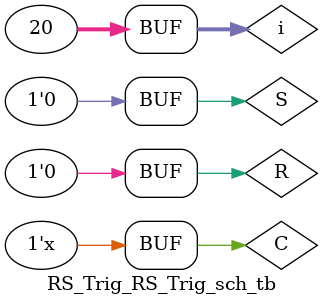
<source format=v>

`timescale 1ns / 1ps

module RS_Trig_RS_Trig_sch_tb();

// Inputs
   reg C;
   reg S;
   reg R;

// Output
   wire Y;
   wire Q;
   wire Qn;

// Bidirs

// Instantiate the UUT
   RS_Trig UUT (
		.C(C), 
		.S(S), 
		.R(R), 
		.Y(Y), 
		.Q(Q), 
		.Qn(Qn)
   );
// Initialize Inputs
   integer i ;
   initial begin
		C = 0;
		S = 0;
		R = 0;
		#40;
		
		//40
		S = 1;		//set
		R = 0;
		#100;
		
		//140
		S = 0;		//hold
		R = 0;
		#100;
		
		//240
		S = 0;	
		R = 1;	//reset
		#100;
		
		//340
		S = 0;		//hold
		R = 0;
		#100;
		
		//440
		S = 1;	//SET pulse 
		R = 0;	
		#20;
		
		//460
		S = 0;	//reset  pulse 
		R = 1;
		#20;
		
		//480
		S = 0;	//hold 
		R = 0; 
		#60;
		
		//540
		S = 1;	//SET pulse 
		R = 0;	
		#20;
		
		//560
		S = 0;
		R = 0;
		#120;
		
		//680
		S = 1;	//undefined
		R = 1;
		#90;
		
		//770
		S = 0;	//hold
		R = 0;
	end
	
	always @ * //pulse,Square wave 
		for (i=0;i<20;i=i+1)begin
			#50;
			C <= ~C;
		end
endmodule

</source>
